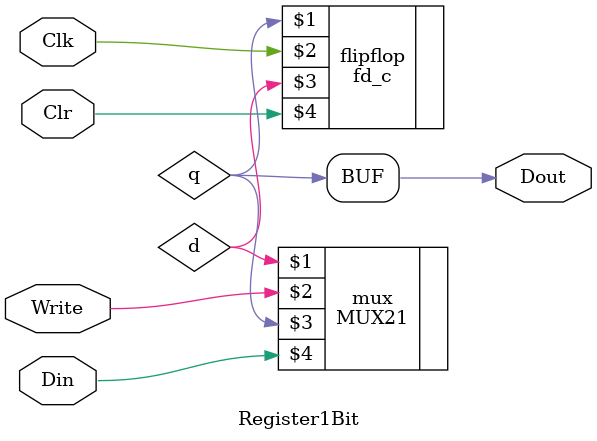
<source format=v>
`timescale 1ns / 1ps
module Register1Bit(
    input Din,
    input Write,
    input Clk,
    input Clr,
    output Dout
    );
	 
	 wire d,q;
	 
	 fd_c flipflop(q,Clk,d,Clr);
	 MUX21 mux(d,Write,q,Din);
	 assign Dout=q;

endmodule

</source>
